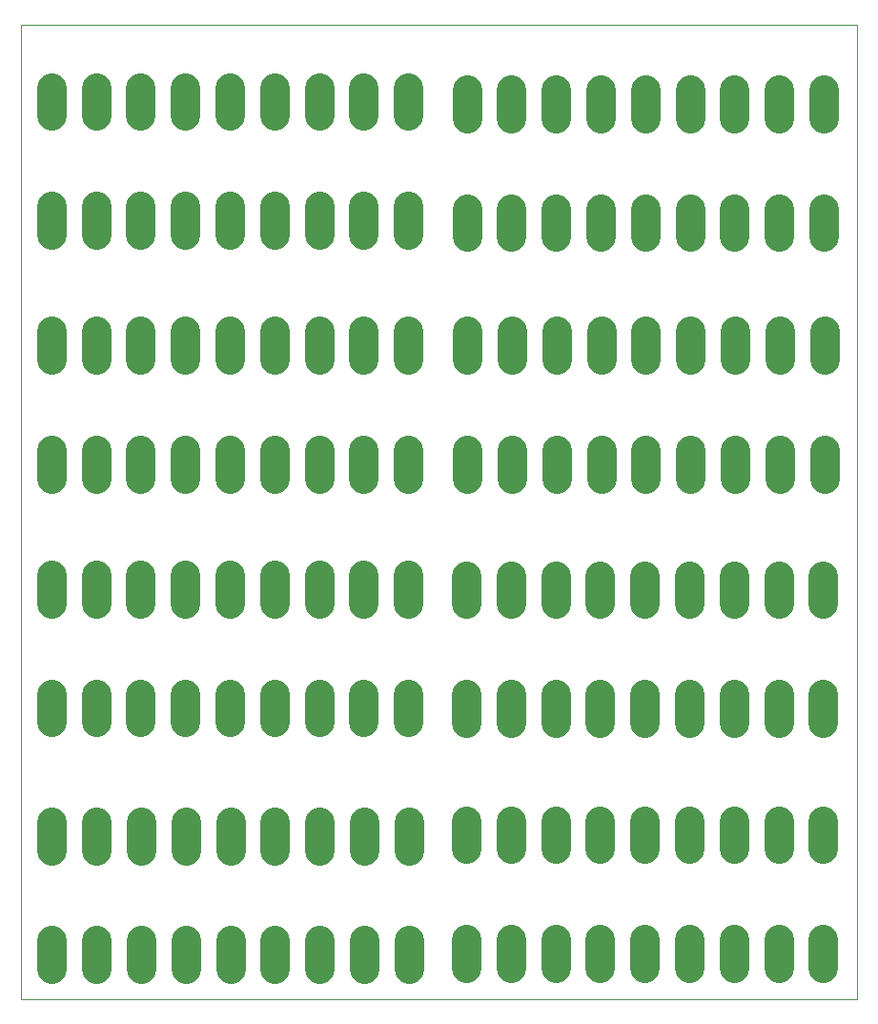
<source format=gbs>
G75*
%MOIN*%
%OFA0B0*%
%FSLAX25Y25*%
%IPPOS*%
%LPD*%
%AMOC8*
5,1,8,0,0,1.08239X$1,22.5*
%
%ADD10C,0.00000*%
%ADD11C,0.10300*%
D10*
X0003769Y0015385D02*
X0003769Y0356291D01*
X0296131Y0356133D01*
X0296052Y0015385D01*
X0003769Y0015385D01*
D11*
X0014597Y0026183D02*
X0014597Y0036083D01*
X0030197Y0036083D02*
X0030197Y0026183D01*
X0045797Y0026183D02*
X0045797Y0036083D01*
X0061397Y0036083D02*
X0061397Y0026183D01*
X0076997Y0026183D02*
X0076997Y0036083D01*
X0092597Y0036083D02*
X0092597Y0026183D01*
X0108197Y0026183D02*
X0108197Y0036083D01*
X0123797Y0036083D02*
X0123797Y0026183D01*
X0139397Y0026183D02*
X0139397Y0036083D01*
X0159479Y0036477D02*
X0159479Y0026577D01*
X0175079Y0026577D02*
X0175079Y0036477D01*
X0190679Y0036477D02*
X0190679Y0026577D01*
X0206279Y0026577D02*
X0206279Y0036477D01*
X0221879Y0036477D02*
X0221879Y0026577D01*
X0237479Y0026577D02*
X0237479Y0036477D01*
X0253079Y0036477D02*
X0253079Y0026577D01*
X0268679Y0026577D02*
X0268679Y0036477D01*
X0284279Y0036477D02*
X0284279Y0026577D01*
X0284279Y0068112D02*
X0284279Y0078012D01*
X0268679Y0078012D02*
X0268679Y0068112D01*
X0253079Y0068112D02*
X0253079Y0078012D01*
X0237479Y0078012D02*
X0237479Y0068112D01*
X0221879Y0068112D02*
X0221879Y0078012D01*
X0206279Y0078012D02*
X0206279Y0068112D01*
X0190679Y0068112D02*
X0190679Y0078012D01*
X0175079Y0078012D02*
X0175079Y0068112D01*
X0159479Y0068112D02*
X0159479Y0078012D01*
X0139397Y0077422D02*
X0139397Y0067522D01*
X0123797Y0067522D02*
X0123797Y0077422D01*
X0108197Y0077422D02*
X0108197Y0067522D01*
X0092597Y0067522D02*
X0092597Y0077422D01*
X0076997Y0077422D02*
X0076997Y0067522D01*
X0061397Y0067522D02*
X0061397Y0077422D01*
X0045797Y0077422D02*
X0045797Y0067522D01*
X0030197Y0067522D02*
X0030197Y0077422D01*
X0014597Y0077422D02*
X0014597Y0067522D01*
X0014400Y0112404D02*
X0014400Y0122304D01*
X0030000Y0122304D02*
X0030000Y0112404D01*
X0045600Y0112404D02*
X0045600Y0122304D01*
X0061200Y0122304D02*
X0061200Y0112404D01*
X0076800Y0112404D02*
X0076800Y0122304D01*
X0092400Y0122304D02*
X0092400Y0112404D01*
X0108000Y0112404D02*
X0108000Y0122304D01*
X0123600Y0122304D02*
X0123600Y0112404D01*
X0139200Y0112404D02*
X0139200Y0122304D01*
X0159479Y0122107D02*
X0159479Y0112207D01*
X0175079Y0112207D02*
X0175079Y0122107D01*
X0190679Y0122107D02*
X0190679Y0112207D01*
X0206279Y0112207D02*
X0206279Y0122107D01*
X0221879Y0122107D02*
X0221879Y0112207D01*
X0237479Y0112207D02*
X0237479Y0122107D01*
X0253079Y0122107D02*
X0253079Y0112207D01*
X0268679Y0112207D02*
X0268679Y0122107D01*
X0284279Y0122107D02*
X0284279Y0112207D01*
X0284279Y0153742D02*
X0284279Y0163642D01*
X0268679Y0163642D02*
X0268679Y0153742D01*
X0253079Y0153742D02*
X0253079Y0163642D01*
X0237479Y0163642D02*
X0237479Y0153742D01*
X0221879Y0153742D02*
X0221879Y0163642D01*
X0206279Y0163642D02*
X0206279Y0153742D01*
X0190679Y0153742D02*
X0190679Y0163642D01*
X0175079Y0163642D02*
X0175079Y0153742D01*
X0159479Y0153742D02*
X0159479Y0163642D01*
X0139200Y0163839D02*
X0139200Y0153939D01*
X0123600Y0153939D02*
X0123600Y0163839D01*
X0108000Y0163839D02*
X0108000Y0153939D01*
X0092400Y0153939D02*
X0092400Y0163839D01*
X0076800Y0163839D02*
X0076800Y0153939D01*
X0061200Y0153939D02*
X0061200Y0163839D01*
X0045600Y0163839D02*
X0045600Y0153939D01*
X0030000Y0153939D02*
X0030000Y0163839D01*
X0014400Y0163839D02*
X0014400Y0153939D01*
X0014400Y0197640D02*
X0014400Y0207540D01*
X0030000Y0207540D02*
X0030000Y0197640D01*
X0045600Y0197640D02*
X0045600Y0207540D01*
X0061200Y0207540D02*
X0061200Y0197640D01*
X0076800Y0197640D02*
X0076800Y0207540D01*
X0092400Y0207540D02*
X0092400Y0197640D01*
X0108000Y0197640D02*
X0108000Y0207540D01*
X0123600Y0207540D02*
X0123600Y0197640D01*
X0139200Y0197640D02*
X0139200Y0207540D01*
X0159872Y0207540D02*
X0159872Y0197640D01*
X0175472Y0197640D02*
X0175472Y0207540D01*
X0191072Y0207540D02*
X0191072Y0197640D01*
X0206672Y0197640D02*
X0206672Y0207540D01*
X0222272Y0207540D02*
X0222272Y0197640D01*
X0237872Y0197640D02*
X0237872Y0207540D01*
X0253472Y0207540D02*
X0253472Y0197640D01*
X0269072Y0197640D02*
X0269072Y0207540D01*
X0284672Y0207540D02*
X0284672Y0197640D01*
X0284672Y0239175D02*
X0284672Y0249075D01*
X0269072Y0249075D02*
X0269072Y0239175D01*
X0253472Y0239175D02*
X0253472Y0249075D01*
X0237872Y0249075D02*
X0237872Y0239175D01*
X0222272Y0239175D02*
X0222272Y0249075D01*
X0206672Y0249075D02*
X0206672Y0239175D01*
X0191072Y0239175D02*
X0191072Y0249075D01*
X0175472Y0249075D02*
X0175472Y0239175D01*
X0159872Y0239175D02*
X0159872Y0249075D01*
X0139200Y0249075D02*
X0139200Y0239175D01*
X0123600Y0239175D02*
X0123600Y0249075D01*
X0108000Y0249075D02*
X0108000Y0239175D01*
X0092400Y0239175D02*
X0092400Y0249075D01*
X0076800Y0249075D02*
X0076800Y0239175D01*
X0061200Y0239175D02*
X0061200Y0249075D01*
X0045600Y0249075D02*
X0045600Y0239175D01*
X0030000Y0239175D02*
X0030000Y0249075D01*
X0014400Y0249075D02*
X0014400Y0239175D01*
X0014400Y0282876D02*
X0014400Y0292776D01*
X0030000Y0292776D02*
X0030000Y0282876D01*
X0045600Y0282876D02*
X0045600Y0292776D01*
X0061200Y0292776D02*
X0061200Y0282876D01*
X0076800Y0282876D02*
X0076800Y0292776D01*
X0092400Y0292776D02*
X0092400Y0282876D01*
X0108000Y0282876D02*
X0108000Y0292776D01*
X0123600Y0292776D02*
X0123600Y0282876D01*
X0139200Y0282876D02*
X0139200Y0292776D01*
X0159676Y0291989D02*
X0159676Y0282089D01*
X0175276Y0282089D02*
X0175276Y0291989D01*
X0190876Y0291989D02*
X0190876Y0282089D01*
X0206476Y0282089D02*
X0206476Y0291989D01*
X0222076Y0291989D02*
X0222076Y0282089D01*
X0237676Y0282089D02*
X0237676Y0291989D01*
X0253276Y0291989D02*
X0253276Y0282089D01*
X0268876Y0282089D02*
X0268876Y0291989D01*
X0284476Y0291989D02*
X0284476Y0282089D01*
X0284476Y0323624D02*
X0284476Y0333524D01*
X0268876Y0333524D02*
X0268876Y0323624D01*
X0253276Y0323624D02*
X0253276Y0333524D01*
X0237676Y0333524D02*
X0237676Y0323624D01*
X0222076Y0323624D02*
X0222076Y0333524D01*
X0206476Y0333524D02*
X0206476Y0323624D01*
X0190876Y0323624D02*
X0190876Y0333524D01*
X0175276Y0333524D02*
X0175276Y0323624D01*
X0159676Y0323624D02*
X0159676Y0333524D01*
X0139200Y0334312D02*
X0139200Y0324412D01*
X0123600Y0324412D02*
X0123600Y0334312D01*
X0108000Y0334312D02*
X0108000Y0324412D01*
X0092400Y0324412D02*
X0092400Y0334312D01*
X0076800Y0334312D02*
X0076800Y0324412D01*
X0061200Y0324412D02*
X0061200Y0334312D01*
X0045600Y0334312D02*
X0045600Y0324412D01*
X0030000Y0324412D02*
X0030000Y0334312D01*
X0014400Y0334312D02*
X0014400Y0324412D01*
M02*

</source>
